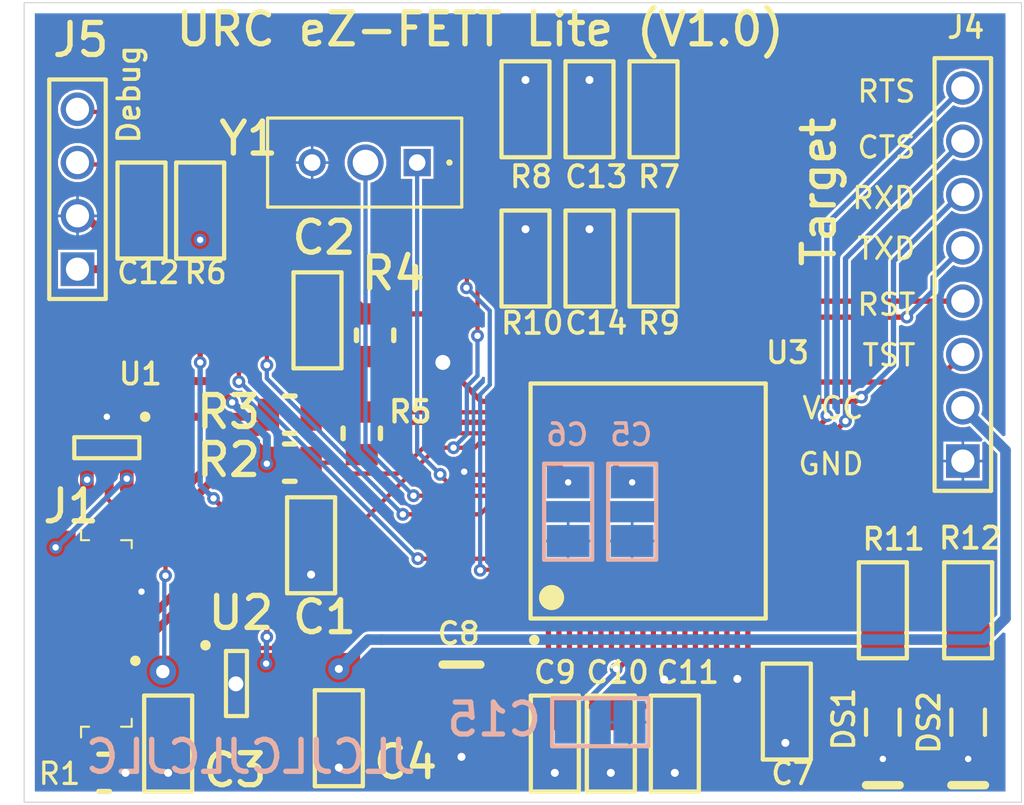
<source format=kicad_pcb>
(kicad_pcb (version 20221018) (generator pcbnew)
  (layers (0 "F.Cu" signal "Top Layer") (31 "B.Cu" signal "Bottom Layer") (34 "B.Paste" user "Bottom Paste") (35 "F.Paste" user "Top Paste") (36 "B.SilkS" user "Bottom Overlay") (37 "F.SilkS" user "Top Overlay") (38 "B.Mask" user "Bottom Solder") (39 "F.Mask" user "Top Solder") (44 "Edge.Cuts" user))
  (property "CONFIGURATIONPARAMETERS" "")
  (property "CONFIGURATORNAME" "")
  (property "DOCUMENTNUMBER" "URC_ez-FET_Lite - 1")
  (property "DRAWNBY" "Marcus Behel")
  (property "ISUSERCONFIGURABLE" "")
  (property "SHEETTOTAL" "3")
  (property "VERSIONCONTROL_PROJFOLDERREVNUMBER" "")
  (property "VERSIONCONTROL_REVNUMBER" "")
  (net 0 "")
  (net 1 "VUSB")
  (net 2 "VCC")
  (net 3 "VBUS")
  (net 4 "USB_D_P")
  (net 5 "USB_D_N")
  (net 6 "TARGET_UART_TXD")
  (net 7 "TARGET_UART_RXD")
  (net 8 "TARGET_UART_RTS")
  (net 9 "TARGET_UART_CTS")
  (net 10 "TARGET_TEST")
  (net 11 "TARGET_RST")
  (net 12 "SBW_TEST")
  (net 13 "SBW_RST")
  (net 14 "Net-(U3-V18)")
  (net 15 "Net-(U3-VCORE)")
  (net 16 "Net-(U3-P6.0{slash}CB0{slash}A0)")
  (net 17 "Net-(U3-P6.1{slash}CB1{slash}A1)")
  (net 18 "Net-(U3-P5.0{slash}A8{slash}VREF+{slash}VEREF+)")
  (net 19 "Net-(DS1-A)")
  (net 20 "Net-(DS2-A)")
  (net 21 "/usb/USB_RES_N")
  (net 22 "/usb/USB_RES_P")
  (net 24 "Net-(U1-IO4)")
  (net 25 "/headers/SBW_RST")
  (net 26 "/headers/SBW_TEST")
  (net 27 "Net-(U3-PUR)")
  (net 28 "Net-(U3-P1.2{slash}TA0.1)")
  (net 29 "GND")
  (net 30 "Net-(U3-P1.3{slash}TA0.2)")
  (net 77 "Net-(U3-P5.2{slash}XT2IN)")
  (net 78 "Net-(U3-P5.3{slash}XT2OUT)")
  (footprint "AltiumImport:DDC0005A_M" (layer "F.Cu") (at 134.8631 118.3996)
    (fp_text reference "U2")
    (fp_text value "TLV70033DDCR" hide)
  )
  (footprint "AltiumImport:SMD-1206-RES" (layer "F.Cu") (at 148.6281 98.1456)
    (fp_text reference "R10")
    (fp_text value "220k" hide)
  )
  (footprint "AltiumImport:PN0080A_L" (layer "F.Cu") (at 154.4701 109.7026 90)
    (fp_text reference "U3")
    (fp_text value "MSP430F5529IPN" hide)
  )
  (footprint "AltiumImport:HIRO-ZX62R-B-5P_V" (layer "F.Cu") (at 127.5882 116.0136 -90)
    (fp_text reference "J1")
    (fp_text value "ZX62R-B-5P" hide)
  )
  (footprint "AltiumImport:SMD-1206-RES" (layer "F.Cu") (at 165.6461 114.9096)
    (fp_text reference "R11")
    (fp_text value "470" hide)
  )
  (footprint "AltiumImport:SMD-0805-RES" (layer "F.Cu") (at 137.4013 107.8738 90)
    (fp_text reference "R2")
    (fp_text value "27" hide)
  )
  (footprint "AltiumImport:SMD-1206C" (layer "F.Cu") (at 138.7221 101.092 180)
    (fp_text reference "C2")
    (fp_text value "10pF" hide)
  )
  (footprint "AltiumImport:SMD-1206-RES" (layer "F.Cu") (at 154.7241 91.0336)
    (fp_text reference "R7")
    (fp_text value "240k" hide)
  )
  (footprint "AltiumImport:SMD-1206-RES" (layer "F.Cu") (at 148.6281 91.0336)
    (fp_text reference "R8")
    (fp_text value "150k" hide)
  )
  (footprint "AltiumImport:SMD-1206C" (layer "F.Cu") (at 138.4173 111.8108)
    (fp_text reference "C1")
    (fp_text value "10pF" hide)
  )
  (footprint "AltiumImport:SMD-1206C" (layer "F.Cu") (at 155.7401 121.2596)
    (fp_text reference "C11")
    (fp_text value "0.10µF" hide)
  )
  (footprint "AltiumImport:KEMT-A-3216-18-2_M" (layer "F.Cu") (at 145.5801 120.4976 -90)
    (fp_text reference "C8")
    (fp_text value "T491A106K010AT" hide)
  )
  (footprint "AltiumImport:SMD-1206C" (layer "F.Cu") (at 131.6101 121.2596)
    (fp_text reference "C3")
    (fp_text value "0.10µF" hide)
  )
  (footprint "AltiumImport:SMD-1206C" (layer "F.Cu") (at 139.7381 121.0056)
    (fp_text reference "C4")
    (fp_text value "0.10µF" hide)
  )
  (footprint "AltiumImport:SMD-1206-RES" (layer "F.Cu") (at 169.7101 114.9096)
    (fp_text reference "R12")
    (fp_text value "390" hide)
  )
  (footprint "AltiumImport:CSTLS_G" (layer "F.Cu") (at 138.4681 93.5736 180)
    (fp_text reference "Y1")
    (fp_text value "CSTLS4M00G56-A0" hide)
  )
  (footprint "AltiumImport:61300411121" (layer "F.Cu") (at 127.2921 94.8436 90)
    (fp_text reference "J5")
    (fp_text value "61300411121" hide)
  )
  (footprint "AltiumImport:SMD-1206C" (layer "F.Cu") (at 151.6761 98.1456 180)
    (fp_text reference "C14")
    (fp_text value "33pF" hide)
  )
  (footprint "AltiumImport:SMD-0805-RES" (layer "F.Cu") (at 141.4653 101.8032)
    (fp_text reference "R4")
    (fp_text value "1M" hide)
  )
  (footprint "AltiumImport:SMD-1206C" (layer "F.Cu") (at 152.6921 121.2596)
    (fp_text reference "C10")
    (fp_text value "0.10µF" hide)
  )
  (footprint "AltiumImport:SMD-0805-RES" (layer "F.Cu") (at 137.4013 105.5878 90)
    (fp_text reference "R3")
    (fp_text value "27" hide)
  )
  (footprint "AltiumImport:SMD-1206C" (layer "F.Cu") (at 130.3401 95.8596)
    (fp_text reference "C12")
    (fp_text value "1000pF" hide)
  )
  (footprint "AltiumImport:61300811121" (layer "F.Cu") (at 169.4561 98.9076 90)
    (fp_text reference "J4")
    (fp_text value "61300811121" hide)
  )
  (footprint "AltiumImport:SMD-1206C" (layer "F.Cu") (at 161.0741 119.7356)
    (fp_text reference "C7")
    (fp_text value "0.47µF" hide)
  )
  (footprint "AltiumImport:AVAG-HSMX-C150_V" (layer "F.Cu") (at 169.7101 120.2436 -90)
    (fp_text reference "DS2")
    (fp_text value "HSMG-C150" hide)
  )
  (footprint "AltiumImport:AVAG-HSMX-C150_V" (layer "F.Cu") (at 165.6461 120.2436 -90)
    (fp_text reference "DS1")
    (fp_text value "HSMH-C150" hide)
  )
  (footprint "AltiumImport:SMD-1206C" (layer "F.Cu") (at 151.6761 91.0336 180)
    (fp_text reference "C13")
    (fp_text value "33pF" hide)
  )
  (footprint "AltiumImport:SMD-1206-RES" (layer "F.Cu") (at 133.1341 95.8596)
    (fp_text reference "R6")
    (fp_text value "47k" hide)
  )
  (footprint "AltiumImport:SMD-0805-RES" (layer "F.Cu") (at 140.8303 106.4768)
    (fp_text reference "R5")
    (fp_text value "1.4k" hide)
  )
  (footprint "AltiumImport:SMD-1206-RES" (layer "F.Cu") (at 154.7241 98.1456)
    (fp_text reference "R9")
    (fp_text value "220k" hide)
  )
  (footprint "AltiumImport:SMD-1206C" (layer "F.Cu") (at 150.0251 121.2596)
    (fp_text reference "C9")
    (fp_text value "0.10µF" hide)
  )
  (footprint "AltiumImport:DBV0006A_M" (layer "F.Cu") (at 128.6891 107.1626 -90)
    (fp_text reference "U1")
    (fp_text value "TPD4E001DBVR" hide)
  )
  (footprint "AltiumImport:SMD-0805-RES" (layer "F.Cu") (at 128.5621 122.6566 -90)
    (fp_text reference "R1")
    (fp_text value "33" hide)
  )
  (footprint "AltiumImport:SMD-1206C" (layer "B.Cu") (at 152.1841 120.2436 -90)
    (fp_text reference "C15")
    (fp_text value "0.10µF" hide)
  )
  (footprint "AltiumImport:SMD-1206C" (layer "B.Cu") (at 153.7081 110.2106 180)
    (fp_text reference "C5")
    (fp_text value "0.22µF" hide)
  )
  (footprint "AltiumImport:SMD-1206C" (layer "B.Cu") (at 150.6601 110.2106 180)
    (fp_text reference "C6")
    (fp_text value "0.22µF" hide)
  )
  (gr_line (start 172.2501 124.0536) (end 124.7521 124.0536) (stroke (width 0.05)) (layer "Edge.Cuts"))
  (gr_line (start 172.2501 85.9536) (end 172.2501 124.0536) (stroke (width 0.05)) (layer "Edge.Cuts"))
  (gr_line (start 124.7521 85.9536) (end 172.2501 85.9536) (stroke (width 0.05)) (layer "Edge.Cuts"))
  (gr_line (start 124.7521 124.0536) (end 124.7521 85.9536) (stroke (width 0.05)) (layer "Edge.Cuts"))
  (gr_text "JLCJLCJLCJLC" (at 143.5481 122.7836) (layer "B.SilkS") (effects (font (size 1.524 1.524) (thickness 0.254)) (justify left bottom mirror)))
  (gr_text "RST" (at 167.2971 100.9396) (layer "F.SilkS") (effects (font (size 1.016 1.016) (thickness 0.1524)) (justify right bottom)))
  (gr_text "Debug" (at 130.33174 92.7608 90) (layer "F.SilkS") (effects (font (size 1.016 1.016) (thickness 0.1778)) (justify left bottom)))
  (gr_text "RTS" (at 167.2971 90.7796) (layer "F.SilkS") (effects (font (size 1.016 1.016) (thickness 0.1524)) (justify right bottom)))
  (gr_text "TST" (at 167.2971 103.3526) (layer "F.SilkS") (effects (font (size 1.016 1.016) (thickness 0.1524)) (justify right bottom)))
  (gr_text "VCC" (at 164.82396 105.8672) (layer "F.SilkS") (effects (font (size 1.016 1.016) (thickness 0.1524)) (justify right bottom)))
  (gr_text "RXD" (at 167.2971 95.8596) (layer "F.SilkS") (effects (font (size 1.016 1.016) (thickness 0.1524)) (justify right bottom)))
  (gr_text "URC eZ-FETT Lite (V1.0)" (at 131.8641 88.1126) (layer "F.SilkS") (effects (font (size 1.524 1.524) (thickness 0.254)) (justify left bottom)))
  (gr_text "TXD" (at 167.2971 98.2726) (layer "F.SilkS") (effects (font (size 1.016 1.016) (thickness 0.1524)) (justify right bottom)))
  (gr_text "GND" (at 164.82396 108.5342) (layer "F.SilkS") (effects (font (size 1.016 1.016) (thickness 0.1524)) (justify right bottom)))
  (gr_text "Target" (at 163.48727 98.6536 90) (layer "F.SilkS") (effects (font (size 1.524 1.524) (thickness 0.254)) (justify left bottom)))
  (gr_text "CTS" (at 167.2971 93.4466) (layer "F.SilkS") (effects (font (size 1.016 1.016) (thickness 0.1524)) (justify right bottom)))
  (segment (start 147.8451 107.4526) (end 152.3471 107.4526) (width 0.2032) (layer "F.Cu") (net 1))
  (segment (start 152.3471 107.4526) (end 153.7081 108.8136) (width 0.2032) (layer "F.Cu") (net 1))
  (via (at 153.7081 108.8136) (size 0.6096) (drill 0.3048) (layers "F.Cu" "B.Cu") (net 1))
  (segment (start 152.25379 119.4816) (end 154.7181 117.01728) (width 0.254) (layer "F.Cu") (net 2))
  (segment (start 158.2181 117.01727) (end 158.2181 116.3296) (width 0.254) (layer "F.Cu") (net 2))
  (segment (start 154.7201 116.3276) (end 154.7201 115.8276) (width 0.2032) (layer "F.Cu") (net 2))
  (segment (start 155.5737 115.474) (end 156.7561 114.2916) (width 0.2032) (layer "F.Cu") (net 2))
  (segment (start 132.41249 97.8281) (end 132.98399 97.2566) (width 0.381) (layer "F.Cu") (net 2))
  (segment (start 133.1341 103.0986) (end 133.1341 97.2566) (width 0.254) (layer "F.Cu") (net 2))
  (segment (start 127.2921 98.6536) (end 132.1181 98.6536) (width 0.381) (layer "F.Cu") (net 2))
  (segment (start 154.7201 104.70457) (end 154.7201 99.5466) (width 0.2032) (layer "F.Cu") (net 2))
  (segment (start 154.7181 117.01728) (end 154.7181 116.3296) (width 0.254) (layer "F.Cu") (net 2))
  (segment (start 156.7561 114.2916) (end 156.7561 106.74057) (width 0.2032) (layer "F.Cu") (net 2))
  (segment (start 154.7201 99.5466) (end 154.7241 99.5426) (width 0.2032) (layer "F.Cu") (net 2))
  (segment (start 154.8665 115.6372) (end 155.0297 115.474) (width 0.2032) (layer "F.Cu") (net 2))
  (segment (start 154.7435 115.8042) (end 154.74747 115.8042) (width 0.2032) (layer "F.Cu") (net 2))
  (segment (start 139.9921 119.4816) (end 152.25379 119.4816) (width 0.254) (layer "F.Cu") (net 2))
  (segment (start 154.7201 115.8276) (end 154.7435 115.8042) (width 0.2032) (layer "F.Cu") (net 2))
  (segment (start 152.25379 119.4816) (end 155.75377 119.4816) (width 0.254) (layer "F.Cu") (net 2))
  (segment (start 155.0297 115.474) (end 155.5737 115.474) (width 0.2032) (layer "F.Cu") (net 2))
  (segment (start 132.98399 97.2566) (end 133.1341 97.2566) (width 0.381) (layer "F.Cu") (net 2))
  (segment (start 154.7201 104.70457) (end 156.7561 106.74057) (width 0.2032) (layer "F.Cu") (net 2))
  (segment (start 155.75377 119.4816) (end 158.2181 117.01727) (width 0.254) (layer "F.Cu") (net 2))
  (segment (start 133.7691 109.5756) (end 136.3091 112.1156) (width 0.254) (layer "F.Cu") (net 2))
  (segment (start 154.74747 115.8042) (end 154.8665 115.68517) (width 0.2032) (layer "F.Cu") (net 2))
  (segment (start 132.1181 98.6536) (end 132.41249 98.35921) (width 0.381) (layer "F.Cu") (net 2))
  (segment (start 136.3091 116.1796) (end 136.3091 112.1156) (width 0.254) (layer "F.Cu") (net 2))
  (segment (start 154.8665 115.68517) (end 154.8665 115.6372) (width 0.2032) (layer "F.Cu") (net 2))
  (segment (start 132.41249 98.35921) (end 132.41249 97.8281) (width 0.381) (layer "F.Cu") (net 2))
  (segment (start 154.7181 116.3296) (end 154.7201 116.3276) (width 0.2032) (layer "F.Cu") (net 2))
  (segment (start 158.2181 116.3296) (end 158.2201 116.3276) (width 0.254) (layer "F.Cu") (net 2))
  (via (at 133.1341 97.2566) (size 0.6096) (drill 0.3048) (layers "F.Cu" "B.Cu") (net 2))
  (via (at 136.3091 116.1796) (size 0.6) (drill 0.3) (layers "F.Cu" "B.Cu") (net 2))
  (via (at 133.7691 109.5756) (size 0.6) (drill 0.3) (layers "F.Cu" "B.Cu") (net 2))
  (via (at 133.1341 103.0986) (size 0.6) (drill 0.3) (layers "F.Cu" "B.Cu") (net 2))
  (via (at 136.2746 117.4496) (size 0.6) (drill 0.3) (layers "F.Cu" "B.Cu") (net 2))
  (via (at 139.7381 117.7036) (size 1.016) (drill 0.381) (layers "F.Cu" "B.Cu") (net 2))
  (segment (start 136.2746 117.4496) (end 136.29185 117.43235) (width 0.254) (layer "B.Cu") (net 2))
  (segment (start 136.29185 116.19685) (end 136.3091 116.1796) (width 0.254) (layer "B.Cu") (net 2))
  (segment (start 133.1341 108.9406) (end 133.1341 103.0986) (width 0.254) (layer "B.Cu") (net 2))
  (segment (start 170.4721 116.3066) (end 171.4881 115.2906) (width 0.508) (layer "B.Cu") (net 2))
  (segment (start 133.1341 108.9406) (end 133.7691 109.5756) (width 0.254) (layer "B.Cu") (net 2))
  (segment (start 139.7381 117.7036) (end 141.1351 116.3066) (width 0.508) (layer "B.Cu") (net 2))
  (segment (start 169.4561 105.2576) (end 171.4881 107.2896) (width 0.508) (layer "B.Cu") (net 2))
  (segment (start 136.29185 117.43235) (end 136.29185 116.19685) (width 0.254) (layer "B.Cu") (net 2))
  (segment (start 141.1351 116.3066) (end 141.7701 116.3066) (width 0.508) (layer "B.Cu") (net 2))
  (segment (start 141.7701 116.3066) (end 170.4721 116.3066) (width 0.508) (layer "B.Cu") (net 2))
  (segment (start 171.4881 115.2906) (end 171.4881 107.2896) (width 0.508) (layer "B.Cu") (net 2))
  (segment (start 128.6891 109.5756) (end 129.0701 109.9566) (width 0.2032) (layer "F.Cu") (net 3))
  (segment (start 137.4315 116.7082) (end 140.988 113.1517) (width 0.2032) (layer "F.Cu") (net 3))
  (segment (start 131.4831 113.2586) (end 131.4831 110.3376) (width 0.2032) (layer "F.Cu") (net 3))
  (segment (start 132.5297 117.673) (end 133.1647 117.673) (width 0.2032) (layer "F.Cu") (net 3))
  (segment (start 132.3721 118.8466) (end 132.3721 117.8306) (width 0.2032) (layer "F.Cu") (net 3))
  (segment (start 146.3421 101.8286) (end 146.3421 96.82555) (width 0.2032) (layer "F.Cu") (net 3))
  (segment (start 154.4701 93.3196) (end 154.4701 92.6846) (width 0.2032) (layer "F.Cu") (net 3))
  (segment (start 154.4701 92.6846) (end 154.7241 92.4306) (width 0.2032) (layer "F.Cu") (net 3))
  (segment (start 132.3721 118.8466) (end 132.6517 119.1262) (width 0.2032) (layer "F.Cu") (net 3))
  (segment (start 146.20831 107.1626) (end 146.41831 106.9526) (width 0.2032) (layer "F.Cu") (net 3))
  (segment (start 131.3561 117.8306) (end 132.4785 116.7082) (width 0.2032) (layer "F.Cu") (net 3))
  (segment (start 152.9461 94.8436) (end 154.4701 93.3196) (width 0.2032) (layer "F.Cu") (net 3))
  (segment (start 144.3896 107.1626) (end 145.1991 107.1626) (width 0.2032) (layer "F.Cu") (net 3))
  (segment (start 129.0701 109.9566) (end 131.1021 109.9566) (width 0.2032) (layer "F.Cu") (net 3))
  (segment (start 128.6891 109.5756) (end 128.6891 108.6376) (width 0.2032) (layer "F.Cu") (net 3))
  (segment (start 140.988 110.56421) (end 144.3896 107.1626) (width 0.2032) (layer "F.Cu") (net 3))
  (segment (start 146.3421 96.82555) (end 148.32405 94.8436) (width 0.2032) (layer "F.Cu") (net 3))
  (segment (start 132.4785 116.7082) (end 137.4315 116.7082) (width 0.2032) (layer "F.Cu") (net 3))
  (segment (start 131.1021 109.9566) (end 131.4831 110.3376) (width 0.2032) (layer "F.Cu") (net 3))
  (segment (start 133.1647 117.673) (end 133.3881 117.4496) (width 0.2032) (layer "F.Cu") (net 3))
  (segment (start 132.6517 119.1262) (end 133.1647 119.1262) (width 0.2032) (layer "F.Cu") (net 3))
  (segment (start 140.988 113.1517) (end 140.988 110.56421) (width 0.2032) (layer "F.Cu") (net 3))
  (segment (start 148.32405 94.8436) (end 152.9461 94.8436) (width 0.2032) (layer "F.Cu") (net 3))
  (segment (start 132.3721 117.8306) (end 132.5297 117.673) (width 0.2032) (layer "F.Cu") (net 3))
  (segment (start 145.1991 107.1626) (end 146.20831 107.1626) (width 0.2032) (layer "F.Cu") (net 3))
  (segment (start 146.41831 106.9526) (end 147.8451 106.9526) (width 0.2032) (layer "F.Cu") (net 3))
  (segment (start 133.1647 119.1262) (end 133.3881 119.3496) (width 0.2032) (layer "F.Cu") (net 3))
  (via (at 145.1991 107.1626) (size 0.6096) (drill 0.3048) (layers "F.Cu" "B.Cu") (net 3))
  (via (at 131.3561 117.8306) (size 1.27) (drill 0.635) (layers "F.Cu" "B.Cu") (net 3))
  (via (at 131.4831 113.2586) (size 0.6096) (drill 0.3048) (layers "F.Cu" "B.Cu") (net 3))
  (via (at 146.3421 101.8286) (size 0.6096) (drill 0.3048) (layers "F.Cu" "B.Cu") (net 3))
  (segment (start 146.3421 103.7336) (end 146.3421 101.8286) (width 0.2032) (layer "B.Cu") (net 3))
  (segment (start 145.1991 107.1626) (end 145.8341 106.5276) (width 0.2032) (layer "B.Cu") (net 3))
  (segment (start 131.42478 113.31692) (end 131.4831 113.2586) (width 0.2032) (layer "B.Cu") (net 3))
  (segment (start 145.8341 106.5276) (end 145.8341 104.2416) (width 0.2032) (layer "B.Cu") (net 3))
  (segment (start 131.3561 117.8306) (end 131.42478 117.76192) (width 0.2032) (layer "B.Cu") (net 3))
  (segment (start 131.42478 117.76192) (end 131.42478 113.31692) (width 0.2032) (layer "B.Cu") (net 3))
  (segment (start 145.8341 104.2416) (end 146.3421 103.7336) (width 0.2032) (layer "B.Cu") (net 3))
  (segment (start 140.7646 103.5199) (end 140.8938 103.3907) (width 0.381) (layer "F.Cu") (net 4))
  (segment (start 140.7646 105.4713) (end 140.7646 103.5199) (width 0.381) (layer "F.Cu") (net 4))
  (segment (start 138.4173 102.7938) (end 138.7221 102.489) (width 0.381) (layer "F.Cu") (net 4))
  (segment (start 140.9468 105.4713) (end 147.8451 105.4713) (width 0.2032) (layer "F.Cu") (net 4))
  (segment (start 140.8938 103.3907) (end 140.8938 103.1367) (width 0.381) (layer "F.Cu") (net 4))
  (segment (start 141.2113 102.8192) (end 141.4653 102.8192) (width 0.381) (layer "F.Cu") (net 4))
  (segment (start 138.4173 105.5878) (end 138.5338 105.4713) (width 0.2032) (layer "F.Cu") (net 4))
  (segment (start 138.4173 105.5878) (end 138.4173 102.7938) (width 0.381) (layer "F.Cu") (net 4))
  (segment (start 138.5338 105.4713) (end 140.7646 105.4713) (width 0.2032) (layer "F.Cu") (net 4))
  (segment (start 140.8938 103.1367) (end 141.2113 102.8192) (width 0.381) (layer "F.Cu") (net 4))
  (segment (start 139.6746 108.16388) (end 139.90522 108.3945) (width 0.2032) (layer "F.Cu") (net 5))
  (segment (start 138.4173 107.8738) (end 139.4079 107.8738) (width 0.2032) (layer "F.Cu") (net 5))
  (segment (start 144.45687 106.4733) (end 147.8451 106.4733) (width 0.2032) (layer "F.Cu") (net 5))
  (segment (start 142.53567 108.3945) (end 144.45687 106.4733) (width 0.2032) (layer "F.Cu") (net 5))
  (segment (start 138.4173 110.4138) (end 138.4173 107.8738) (width 0.381) (layer "F.Cu") (net 5))
  (segment (start 139.4079 107.8738) (end 139.6746 108.1405) (width 0.2032) (layer "F.Cu") (net 5))
  (segment (start 139.90522 108.3945) (end 142.53567 108.3945) (width 0.2032) (layer "F.Cu") (net 5))
  (segment (start 139.6746 108.16388) (end 139.6746 108.1405) (width 0.2032) (layer "F.Cu") (net 5))
  (segment (start 159.2201 103.0776) (end 159.2201 101.7776) (width 0.254) (layer "F.Cu") (net 6))
  (segment (start 159.2201 101.7776) (end 160.0581 100.9396) (width 0.254) (layer "F.Cu") (net 6))
  (segment (start 160.0581 100.9396) (end 166.7891 100.9396) (width 0.254) (layer "F.Cu") (net 6))
  (via (at 166.7891 100.9396) (size 0.6096) (drill 0.3048) (layers "F.Cu" "B.Cu") (net 6))
  (segment (start 166.7891 100.9396) (end 168.03531 99.69339) (width 0.254) (layer "B.Cu") (net 6))
  (segment (start 168.03531 99.69339) (end 168.03531 99.05839) (width 0.254) (layer "B.Cu") (net 6))
  (segment (start 168.03531 99.05839) (end 169.4561 97.6376) (width 0.254) (layer "B.Cu") (net 6))
  (segment (start 164.35837 104.9526) (end 164.56137 104.7496) (width 0.254) (layer "F.Cu") (net 7))
  (segment (start 161.0951 104.9526) (end 164.35837 104.9526) (width 0.254) (layer "F.Cu") (net 7))
  (segment (start 164.56137 104.7496) (end 164.6301 104.7496) (width 0.254) (layer "F.Cu") (net 7))
  (via (at 164.6301 104.7496) (size 0.6096) (drill 0.3048) (layers "F.Cu" "B.Cu") (net 7))
  (segment (start 169.3291 95.0976) (end 169.4561 95.0976) (width 0.254) (layer "B.Cu") (net 7))
  (segment (start 166.1541 103.2256) (end 166.1541 98.2726) (width 0.254) (layer "B.Cu") (net 7))
  (segment (start 166.1541 98.2726) (end 169.3291 95.0976) (width 0.254) (layer "B.Cu") (net 7))
  (segment (start 164.6301 104.7496) (end 166.1541 103.2256) (width 0.254) (layer "B.Cu") (net 7))
  (segment (start 162.9305 105.80488) (end 162.9305 105.6872) (width 0.254) (layer "F.Cu") (net 8))
  (segment (start 161.0971 106.9506) (end 161.78478 106.9506) (width 0.254) (layer "F.Cu") (net 8))
  (segment (start 162.9305 105.6872) (end 162.9791 105.6386) (width 0.254) (layer "F.Cu") (net 8))
  (segment (start 161.0951 106.9526) (end 161.0971 106.9506) (width 0.254) (layer "F.Cu") (net 8))
  (segment (start 161.78478 106.9506) (end 162.9305 105.80488) (width 0.254) (layer "F.Cu") (net 8))
  (via (at 162.9791 105.6386) (size 0.6096) (drill 0.3048) (layers "F.Cu" "B.Cu") (net 8))
  (segment (start 162.9791 96.4946) (end 169.4561 90.0176) (width 0.254) (layer "B.Cu") (net 8))
  (segment (start 162.9791 105.6386) (end 162.9791 96.4946) (width 0.254) (layer "B.Cu") (net 8))
  (segment (start 162.3081 107.4526) (end 163.8681 105.8926) (width 0.254) (layer "F.Cu") (net 9))
  (segment (start 161.0951 107.4526) (end 162.3081 107.4526) (width 0.254) (layer "F.Cu") (net 9))
  (via (at 163.8681 105.8926) (size 0.6096) (drill 0.3048) (layers "F.Cu" "B.Cu") (net 9))
  (segment (start 163.8681 105.8926) (end 163.8681 98.1456) (width 0.254) (layer "B.Cu") (net 9))
  (segment (start 163.8681 98.1456) (end 169.4561 92.5576) (width 0.254) (layer "B.Cu") (net 9))
  (segment (start 155.7221 103.76728) (end 155.7221 103.0796) (width 0.254) (layer "F.Cu") (net 10))
  (segment (start 168.1409 104.0328) (end 169.4561 102.7176) (width 0.254) (layer "F.Cu") (net 10))
  (segment (start 155.98762 104.0328) (end 168.1409 104.0328) (width 0.254) (layer "F.Cu") (net 10))
  (segment (start 155.7221 103.76728) (end 155.98762 104.0328) (width 0.254) (layer "F.Cu") (net 10))
  (segment (start 155.7201 103.0776) (end 155.7221 103.0796) (width 0.254) (layer "F.Cu") (net 10))
  (segment (start 158.43242 100.1776) (end 169.4561 100.1776) (width 0.254) (layer "F.Cu") (net 11))
  (segment (start 156.2201 103.0776) (end 156.2221 103.0756) (width 0.254) (layer "F.Cu") (net 11))
  (segment (start 156.2221 102.38792) (end 158.43242 100.1776) (width 0.254) (layer "F.Cu") (net 11))
  (segment (start 156.2221 103.0756) (end 156.2221 102.38792) (width 0.254) (layer "F.Cu") (net 11))
  (segment (start 142.7861 110.3376) (end 146.4691 110.3376) (width 0.2032) (layer "F.Cu") (net 12))
  (segment (start 136.3091 103.2256) (end 136.3091 94.4626) (width 0.2032) (layer "F.Cu") (net 12))
  (segment (start 127.2921 91.0336) (end 127.4191 91.1606) (width 0.2032) (layer "F.Cu") (net 12))
  (segment (start 127.4191 91.1606) (end 133.0071 91.1606) (width 0.2032) (layer "F.Cu") (net 12))
  (segment (start 146.8541 109.9526) (end 147.8451 109.9526) (width 0.2032) (layer "F.Cu") (net 12))
  (segment (start 146.4691 110.3376) (end 146.8541 109.9526) (width 0.2032) (layer "F.Cu") (net 12))
  (segment (start 133.0071 91.1606) (end 136.3091 94.4626) (width 0.2032) (layer "F.Cu") (net 12))
  (via (at 142.7861 110.3376) (size 0.6096) (drill 0.3048) (layers "F.Cu" "B.Cu") (net 12))
  (via (at 136.3091 103.2256) (size 0.6096) (drill 0.3048) (layers "F.Cu" "B.Cu") (net 12))
  (segment (start 136.3091 103.8606) (end 136.3091 103.2256) (width 0.2032) (layer "B.Cu") (net 12))
  (segment (start 136.3091 103.8606) (end 142.7861 110.3376) (width 0.2032) (layer "B.Cu") (net 12))
  (segment (start 143.74333 112.4526) (end 147.8451 112.4526) (width 0.2032) (layer "F.Cu") (net 13))
  (segment (start 127.3809 93.6624) (end 128.3969 93.6624) (width 0.2032) (layer "F.Cu") (net 13))
  (segment (start 134.977 104.01458) (end 134.977 94.9085) (width 0.2032) (layer "F.Cu") (net 13))
  (segment (start 143.73809 112.44736) (end 143.74333 112.4526) (width 0.2032) (layer "F.Cu") (net 13))
  (segment (start 143.49886 112.44736) (end 143.73809 112.44736) (width 0.2032) (layer "F.Cu") (net 13))
  (segment (start 133.1341 94.4626) (end 134.5311 94.4626) (width 0.2032) (layer "F.Cu") (net 13))
  (segment (start 128.3969 93.6624) (end 129.0701 94.3356) (width 0.2032) (layer "F.Cu") (net 13))
  (segment (start 134.5311 94.4626) (end 134.977 94.9085) (width 0.2032) (layer "F.Cu") (net 13))
  (segment (start 129.0701 94.3356) (end 130.2131 94.3356) (width 0.2032) (layer "F.Cu") (net 13))
  (segment (start 130.2131 94.3356) (end 130.3401 94.4626) (width 0.2032) (layer "F.Cu") (net 13))
  (segment (start 130.3401 94.4626) (end 133.1341 94.4626) (width 0.2032) (layer "F.Cu") (net 13))
  (segment (start 127.2921 93.5736) (end 127.3809 93.6624) (width 0.2032) (layer "F.Cu") (net 13))
  (segment (start 132.6261 93.7006) (end 133.7691 93.7006) (width 0.2032) (layer "F.Cu") (net 13))
  (via (at 134.977 104.01458) (size 0.6096) (drill 0.3048) (layers "F.Cu" "B.Cu") (net 13))
  (via (at 143.49886 112.44736) (size 0.6096) (drill 0.3048) (layers "F.Cu" "B.Cu") (net 13))
  (segment (start 135.02154 104.01458) (end 143.45432 112.44736) (width 0.2032) (layer "B.Cu") (net 13))
  (segment (start 143.45432 112.44736) (end 143.49886 112.44736) (width 0.2032) (layer "B.Cu") (net 13))
  (segment (start 134.977 104.01458) (end 135.02154 104.01458) (width 0.2032) (layer "B.Cu") (net 13))
  (segment (start 150.1801 107.9526) (end 150.62275 108.39525) (width 0.2032) (layer "F.Cu") (net 14))
  (segment (start 147.8451 107.9526) (end 150.1801 107.9526) (width 0.2032) (layer "F.Cu") (net 14))
  (segment (start 150.62275 108.77625) (end 150.6601 108.8136) (width 0.2032) (layer "F.Cu") (net 14))
  (segment (start 150.62275 108.77625) (end 150.62275 108.39525) (width 0.2032) (layer "F.Cu") (net 14))
  (via (at 150.6601 108.8136) (size 0.6096) (drill 0.3048) (layers "F.Cu" "B.Cu") (net 14))
  (segment (start 159.2201 116.8236) (end 159.2201 116.3276) (width 0.254) (layer "F.Cu") (net 15))
  (segment (start 160.4391 117.7036) (end 161.0741 118.3386) (width 0.254) (layer "F.Cu") (net 15))
  (segment (start 159.2201 116.8236) (end 160.1001 117.7036) (width 0.254) (layer "F.Cu") (net 15))
  (segment (start 160.1001 117.7036) (end 160.4391 117.7036) (width 0.254) (layer "F.Cu") (net 15))
  (segment (start 147.7137 94.98698) (end 147.7137 93.091) (width 0.2032) (layer "F.Cu") (net 16))
  (segment (start 146.4977 112.976) (end 147.8217 112.976) (width 0.2032) (layer "F.Cu") (net 16))
  (segment (start 147.7137 93.091) (end 148.3741 92.4306) (width 0.2032) (layer "F.Cu") (net 16))
  (segment (start 153.2001 90.9066) (end 154.4701 89.6366) (width 0.2032) (layer "F.Cu") (net 16))
  (segment (start 148.6281 92.4306) (end 151.9301 92.4306) (width 0.2032) (layer "F.Cu") (net 16))
  (segment (start 147.8217 112.976) (end 147.8451 112.9526) (width 0.2032) (layer "F.Cu") (net 16))
  (segment (start 151.9301 92.4306) (end 152.5905 91.7702) (width 0.2032) (layer "F.Cu") (net 16))
  (segment (start 152.5905 91.7702) (end 152.5905 91.75713) (width 0.2032) (layer "F.Cu") (net 16))
  (segment (start 145.8341 96.86658) (end 147.7137 94.98698) (width 0.2032) (layer "F.Cu") (net 16))
  (segment (start 154.4701 89.6366) (end 154.7241 89.6366) (width 0.2032) (layer "F.Cu") (net 16))
  (segment (start 148.3741 92.4306) (end 148.6281 92.4306) (width 0.2032) (layer "F.Cu") (net 16))
  (segment (start 153.2001 91.14753) (end 153.2001 90.9066) (width 0.2032) (layer "F.Cu") (net 16))
  (segment (start 152.5905 91.75713) (end 153.2001 91.14753) (width 0.2032) (layer "F.Cu") (net 16))
  (segment (start 145.8135 99.5426) (end 145.8341 99.522) (width 0.2032) (layer "F.Cu") (net 16))
  (segment (start 146.4691 113.0046) (end 146.4977 112.976) (width 0.2032) (layer "F.Cu") (net 16))
  (segment (start 145.8341 99.522) (end 145.8341 96.86658) (width 0.2032) (layer "F.Cu") (net 16))
  (via (at 145.8135 99.5426) (size 0.6) (drill 0.3) (layers "F.Cu" "B.Cu") (net 16))
  (via (at 146.4691 113.0046) (size 0.6) (drill 0.3) (layers "F.Cu" "B.Cu") (net 16))
  (segment (start 146.4691 113.0046) (end 146.4691 104.6226) (width 0.2032) (layer "B.Cu") (net 16))
  (segment (start 145.8341 99.5426) (end 146.4691 100.1776) (width 0.2032) (layer "B.Cu") (net 16))
  (segment (start 146.92629 104.16541) (end 146.92629 100.63479) (width 0.2032) (layer "B.Cu") (net 16))
  (segment (start 146.4691 100.1776) (end 146.92629 100.63479) (width 0.2032) (layer "B.Cu") (net 16))
  (segment (start 146.4691 104.6226) (end 146.92629 104.16541) (width 0.2032) (layer "B.Cu") (net 16))
  (segment (start 145.8135 99.5426) (end 145.8341 99.5426) (width 0.2032) (layer "B.Cu") (net 16))
  (segment (start 146.4691 100.1776) (end 146.4691 100.1776) (width 0.2032) (layer "B.Cu") (net 16))
  (segment (start 153.8097 97.663) (end 153.8097 97.409) (width 0.2032) (layer "F.Cu") (net 17))
  (segment (start 151.9301 99.5426) (end 153.8097 97.663) (width 0.2032) (layer "F.Cu") (net 17))
  (segment (start 154.4701 106.5276) (end 155.8671 107.9246) (width 0.2032) (layer "F.Cu") (net 17))
  (segment (start 154.4701 96.7486) (end 154.7241 96.7486) (width 0.2032) (layer "F.Cu") (net 17))
  (segment (start 153.8097 97.409) (end 154.4701 96.7486) (width 0.2032) (layer "F.Cu") (net 17))
  (segment (start 148.7061 99.5426) (end 149.3665 100.203) (width 0.2032) (layer "F.Cu") (net 17))
  (segment (start 149.3665 104.853) (end 149.3665 100.203) (width 0.2032) (layer "F.Cu") (net 17))
  (segment (start 151.6761 99.5426) (end 151.9301 99.5426) (width 0.2032) (layer "F.Cu") (net 17))
  (segment (start 154.8075 113.4292) (end 155.8671 112.3696) (width 0.2032) (layer "F.Cu") (net 17))
  (segment (start 147.8451 113.4526) (end 147.8685 113.4292) (width 0.2032) (layer "F.Cu") (net 17))
  (segment (start 148.6281 99.5426) (end 148.7061 99.5426) (width 0.2032) (layer "F.Cu") (net 17))
  (segment (start 155.8671 112.3696) (end 155.8671 107.9246) (width 0.2032) (layer "F.Cu") (net 17))
  (segment (start 147.8685 113.4292) (end 154.8075 113.4292) (width 0.2032) (layer "F.Cu") (net 17))
  (segment (start 148.6281 99.5426) (end 151.6761 99.5426) (width 0.2032) (layer "F.Cu") (net 17))
  (segment (start 151.0411 106.5276) (end 154.4701 106.5276) (width 0.2032) (layer "F.Cu") (net 17))
  (segment (start 149.3665 104.853) (end 151.0411 106.5276) (width 0.2032) (layer "F.Cu") (net 17))
  (segment (start 153.08038 117.655) (end 153.7181 117.01728) (width 0.254) (layer "F.Cu") (net 18))
  (segment (start 152.9947 117.655) (end 153.08038 117.655) (width 0.254) (layer "F.Cu") (net 18))
  (segment (start 152.9461 117.7036) (end 152.9947 117.655) (width 0.254) (layer "F.Cu") (net 18))
  (segment (start 153.7181 117.01728) (end 153.7181 116.3296) (width 0.254) (layer "F.Cu") (net 18))
  (segment (start 153.7181 116.3296) (end 153.7201 116.3276) (width 0.254) (layer "F.Cu") (net 18))
  (via (at 152.9461 117.7036) (size 0.6096) (drill 0.3048) (layers "F.Cu" "B.Cu") (net 18))
  (segment (start 152.8975 117.8792) (end 152.8975 117.7522) (width 0.254) (layer "B.Cu") (net 18))
  (segment (start 152.8975 117.7522) (end 152.9461 117.7036) (width 0.254) (layer "B.Cu") (net 18))
  (segment (start 150.7871 119.9896) (end 152.8975 117.8792) (width 0.254) (layer "B.Cu") (net 18))
  (segment (start 150.7871 120.2436) (end 150.7871 119.9896) (width 0.254) (layer "B.Cu") (net 18))
  (segment (start 165.6461 118.4936) (end 165.6461 116.3066) (width 0.2032) (layer "F.Cu") (net 19))
  (segment (start 169.7101 118.4936) (end 169.7101 116.3066) (width 0.2032) (layer "F.Cu") (net 20))
  (segment (start 126.6571 106.05882) (end 127.7493 107.15102) (width 0.381) (layer "F.Cu") (net 21))
  (segment (start 130.25743 116.6561) (end 132.9682 113.94533) (width 0.381) (layer "F.Cu") (net 21))
  (segment (start 135.84462 107.0483) (end 136.0678 107.27148) (width 0.381) (layer "F.Cu") (net 21))
  (segment (start 133.6421 103.9876) (end 134.6581 105.0036) (width 0.381) (layer "F.Cu") (net 21))
  (segment (start 132.9682 109.46412) (end 135.38402 107.0483) (width 0.381) (layer "F.Cu") (net 21))
  (segment (start 132.9682 113.94533) (end 132.9682 109.46412) (width 0.381) (layer "F.Cu") (net 21))
  (segment (start 136.0678 107.5563) (end 136.0678 107.27148) (width 0.381) (layer "F.Cu") (net 21))
  (segment (start 126.6571 104.2416) (end 126.9111 103.9876) (width 0.381) (layer "F.Cu") (net 21))
  (segment (start 126.9111 103.9876) (end 133.6421 103.9876) (width 0.381) (layer "F.Cu") (net 21))
  (segment (start 127.7493 108.6866) (end 127.7493 107.15102) (width 0.381) (layer "F.Cu") (net 21))
  (segment (start 126.6571 106.05882) (end 126.6571 104.2416) (width 0.381) (layer "F.Cu") (net 21))
  (segment (start 128.9257 116.6636) (end 128.9332 116.6561) (width 0.381) (layer "F.Cu") (net 21))
  (segment (start 128.9332 116.6561) (end 130.25743 116.6561) (width 0.381) (layer "F.Cu") (net 21))
  (segment (start 136.0678 107.5563) (end 136.3853 107.8738) (width 0.381) (layer "F.Cu") (net 21))
  (segment (start 135.38402 107.0483) (end 135.84462 107.0483) (width 0.381) (layer "F.Cu") (net 21))
  (via (at 136.3091 107.9246) (size 0.6096) (drill 0.3048) (layers "F.Cu" "B.Cu") (net 21))
  (via (at 127.7493 108.6866) (size 0.6096) (drill 0.3048) (layers "F.Cu" "B.Cu") (net 21))
  (via (at 134.6581 105.0036) (size 0.6096) (drill 0.3048) (layers "F.Cu" "B.Cu") (net 21))
  (segment (start 136.3091 107.9246) (end 136.3091 106.6546) (width 0.381) (layer "B.Cu") (net 21))
  (segment (start 134.6581 105.0036) (end 136.3091 106.6546) (width 0.381) (layer "B.Cu") (net 21))
  (segment (start 132.3332 113.68231) (end 132.3332 109.2011) (width 0.381) (layer "F.Cu") (net 22))
  (segment (start 129.6391 105.6876) (end 136.2855 105.6876) (width 0.381) (layer "F.Cu") (net 22))
  (segment (start 132.3332 109.2011) (end 135.121 106.4133) (width 0.381) (layer "F.Cu") (net 22))
  (segment (start 135.84462 106.4133) (end 136.0678 106.19011) (width 0.381) (layer "F.Cu") (net 22))
  (segment (start 136.0678 105.9053) (end 136.2855 105.6876) (width 0.381) (layer "F.Cu") (net 22))
  (segment (start 136.2855 105.6876) (end 136.3853 105.5878) (width 0.381) (layer "F.Cu") (net 22))
  (segment (start 129.9944 116.0211) (end 132.3332 113.68231) (width 0.381) (layer "F.Cu") (net 22))
  (segment (start 128.9332 116.0211) (end 129.9944 116.0211) (width 0.381) (layer "F.Cu") (net 22))
  (segment (start 135.121 106.4133) (end 135.84462 106.4133) (width 0.381) (layer "F.Cu") (net 22))
  (segment (start 136.0678 106.19011) (end 136.0678 105.9053) (width 0.381) (layer "F.Cu") (net 22))
  (segment (start 128.9257 116.0136) (end 128.9332 116.0211) (width 0.381) (layer "F.Cu") (net 22))
  (segment (start 126.2507 111.9136) (end 127.6507 111.9136) (width 0.254) (layer "F.Cu") (net 24))
  (segment (start 126.2507 120.1136) (end 126.4007 120.1136) (width 0.254) (layer "F.Cu") (net 24))
  (segment (start 127.6507 111.9136) (end 128.6007 112.8636) (width 0.254) (layer "F.Cu") (net 24))
  (segment (start 126.2507 121.2946) (end 126.2507 120.1136) (width 0.254) (layer "F.Cu") (net 24))
  (segment (start 127.0737 119.4406) (end 127.0737 119.2906) (width 0.254) (layer "F.Cu") (net 24))
  (segment (start 127.0737 119.2906) (end 127.2507 119.1136) (width 0.254) (layer "F.Cu") (net 24))
  (segment (start 127.5461 122.6566) (end 127.5461 122.4026) (width 0.254) (layer "F.Cu") (net 24))
  (segment (start 126.2507 120.1136) (end 126.2507 116.8636) (width 0.254) (layer "F.Cu") (net 24))
  (segment (start 126.2507 116.8636) (end 126.2507 115.1636) (width 0.254) (layer "F.Cu") (net 24))
  (segment (start 128.6007 112.9136) (end 128.6007 112.8636) (width 0.254) (layer "F.Cu") (net 24))
  (segment (start 127.2507 119.1136) (end 128.6007 119.1136) (width 0.254) (layer "F.Cu") (net 24))
  (segment (start 127.1651 122.0216) (end 127.5461 122.4026) (width 0.254) (layer "F.Cu") (net 24))
  (segment (start 126.4007 120.1136) (end 127.0737 119.4406) (width 0.254) (layer "F.Cu") (net 24))
  (segment (start 126.9777 122.0216) (end 127.1651 122.0216) (width 0.254) (layer "F.Cu") (net 24))
  (segment (start 126.2507 115.1636) (end 126.2507 111.9136) (width 0.254) (layer "F.Cu") (net 24))
  (segment (start 126.2507 121.2946) (end 126.9777 122.0216) (width 0.254) (layer "F.Cu") (net 24))
  (via (at 129.6391 108.6376) (size 0.6096) (drill 0.3048) (layers "F.Cu" "B.Cu") (net 24))
  (via (at 126.2507 111.9136) (size 0.6096) (drill 0.3048) (layers "F.Cu" "B.Cu") (net 24))
  (segment (start 126.3069 111.9136) (end 129.5829 108.6376) (width 0.254) (layer "B.Cu") (net 24))
  (segment (start 126.2507 111.9136) (end 126.3069 111.9136) (width 0.254) (layer "B.Cu") (net 24))
  (segment (start 129.5829 108.6376) (end 129.6391 108.6376) (width 0.254) (layer "B.Cu") (net 24))
  (segment (start 141.0843 107.4928) (end 142.6245 105.9526) (width 0.254) (layer "F.Cu") (net 27))
  (segment (start 142.6245 105.9526) (end 147.8451 105.9526) (width 0.254) (layer "F.Cu") (net 27))
  (segment (start 140.8303 107.4928) (end 141.0843 107.4928) (width 0.254) (layer "F.Cu") (net 27))
  (segment (start 161.0951 113.4526) (end 165.5861 113.4526) (width 0.2032) (layer "F.Cu") (net 28))
  (segment (start 165.5861 113.4526) (end 165.6461 113.5126) (width 0.2032) (layer "F.Cu") (net 28))
  (segment (start 129.6797 96.5962) (end 130.3401 97.2566) (width 0.381) (layer "F.Cu") (net 29))
  (segment (start 156.2201 115.8276) (end 156.2435 115.8042) (width 0.2032) (layer "F.Cu") (net 29))
  (segment (start 133.3881 118.3996) (end 133.3957 118.4072) (width 0.2032) (layer "F.Cu") (net 29))
  (segment (start 155.2435 104.761) (end 157.3911 106.9086) (width 0.2032) (layer "F.Cu") (net 29))
  (segment (start 145.96407 108.4526) (end 147.8451 108.4526) (width 0.2032) (layer "F.Cu") (net 29))
  (segment (start 156.5297 115.474) (end 157.0737 115.474) (width 0.2032) (layer "F.Cu") (net 29))
  (segment (start 133.3957 118.4072) (end 134.8283 118.4072) (width 0.5842) (layer "F.Cu") (net 29))
  (segment (start 141.4653 100.7872) (end 143.7513 100.7872) (width 0.254) (layer "F.Cu") (net 29))
  (segment (start 129.0241 114.6152) (end 129.84007 114.6152) (width 0.2032) (layer "F.Cu") (net 29))
  (segment (start 138.7221 99.695) (end 140.1191 99.695) (width 0.254) (layer "F.Cu") (net 29))
  (segment (start 127.67007 96.1136) (end 128.15267 96.5962) (width 0.381) (layer "F.Cu") (net 29))
  (segment (start 156.24747 115.8042) (end 156.3665 115.68517) (width 0.2032) (layer "F.Cu") (net 29))
  (segment (start 156.2201 117.2236) (end 156.2201 116.3276) (width 0.254) (layer "F.Cu") (net 29))
  (segment (start 144.5304 102.9379) (end 144.5304 101.5663) (width 0.254) (layer "F.Cu") (net 29))
  (segment (start 128.15267 96.5962) (end 129.6797 96.5962) (width 0.381) (layer "F.Cu") (net 29))
  (segment (start 143.7513 100.7872) (end 144.5304 101.5663) (width 0.254) (layer "F.Cu") (net 29))
  (segment (start 158.7181 118.18) (end 158.7181 116.3296) (width 0.254) (layer "F.Cu") (net 29))
  (segment (start 129.99441 114.44877) (end 130.3401 114.10308) (width 0.2032) (layer "F.Cu") (net 29))
  (segment (start 157.3911 115.1566) (end 157.3911 106.9086) (width 0.2032) (layer "F.Cu") (net 29))
  (segment (start 158.7181 116.3296) (end 158.7201 116.3276) (width 0.254) (layer "F.Cu") (net 29))
  (segment (start 155.2201 103.0776) (end 155.2435 103.101) (width 0.2032) (layer "F.Cu") (net 29))
  (segment (start 156.3665 115.68517) (end 156.3665 115.6372) (width 0.2032) (layer "F.Cu") (net 29))
  (segment (start 145.81707 108.3056) (end 145.96407 108.4526) (width 0.2032) (layer "F.Cu") (net 29))
  (segment (start 127.2921 96.1136) (end 127.67007 96.1136) (width 0.381) (layer "F.Cu") (net 29))
  (segment (start 140.1191 99.695) (end 141.2113 100.7872) (width 0.254) (layer "F.Cu") (net 29))
  (segment (start 141.2113 100.7872) (end 141.4653 100.7872) (width 0.254) (layer "F.Cu") (net 29))
  (segment (start 145.7071 108.3056) (end 145.81707 108.3056) (width 0.2032) (layer "F.Cu") (net 29))
  (segment (start 156.2435 115.8042) (end 156.24747 115.8042) (width 0.2032) (layer "F.Cu") (net 29))
  (segment (start 146.109 104.5419) (end 146.5197 104.9526) (width 0.254) (layer "F.Cu") (net 29))
  (segment (start 144.5304 102.9379) (end 146.109 104.5165) (width 0.254) (layer "F.Cu") (net 29))
  (segment (start 156.2201 116.3276) (end 156.2201 115.8276) (width 0.2032) (layer "F.Cu") (net 29))
  (segment (start 156.3665 115.6372) (end 156.5297 115.474) (width 0.2032) (layer "F.Cu") (net 29))
  (segment (start 129.84007 114.6152) (end 129.99441 114.46086) (width 0.2032) (layer "F.Cu") (net 29))
  (segment (start 155.2321 118.2116) (end 156.2201 117.2236) (width 0.254) (layer "F.Cu") (net 29))
  (segment (start 157.0737 115.474) (end 157.3911 115.1566) (width 0.2032) (layer "F.Cu") (net 29))
  (segment (start 134.8283 118.4072) (end 134.8359 118.4148) (width 0.2032) (layer "F.Cu") (net 29))
  (segment (start 128.9257 114.7136) (end 129.0241 114.6152) (width 0.2032) (layer "F.Cu") (net 29))
  (segment (start 130.3401 114.10308) (end 130.3401 114.0206) (width 0.2032) (layer "F.Cu") (net 29))
  (segment (start 129.99441 114.46086) (end 129.99441 114.44877) (width 0.2032) (layer "F.Cu") (net 29))
  (segment (start 155.2435 104.761) (end 155.2435 103.101) (width 0.2032) (layer "F.Cu") (net 29))
  (segment (start 146.5197 104.9526) (end 147.8451 104.9526) (width 0.254) (layer "F.Cu") (net 29))
  (segment (start 146.109 104.5419) (end 146.109 104.5165) (width 0.254) (layer "F.Cu") (net 29))
  (via (at 152.6921 122.6566) (size 0.762) (drill 0.381) (layers "F.Cu" "B.Cu") (net 29))
  (via (at 161.0041 121.228) (size 0.762) (drill 0.381) (layers "F.Cu" "B.Cu") (net 29))
  (via (at 165.6461 121.9936) (size 0.6096) (drill 0.3048) (layers "F.Cu" "B.Cu") (net 29))
  (via (at 148.6281 96.7486) (size 0.762) (drill 0.381) (layers "F.Cu" "B.Cu") (net 29))
  (via (at 129.5781 122.6566) (size 1.016) (drill 0.381) (layers "F.Cu" "B.Cu") (net 29))
  (via (at 150.0251 122.6566) (size 0.762) (drill 0.381) (layers "F.Cu" "B.Cu") (net 29))
  (via (at 158.7181 118.18) (size 0.762) (drill 0.381) (layers "F.Cu" "B.Cu") (net 29))
  (via (at 131.6101 122.6566) (size 1.016) (drill 0.381) (layers "F.Cu" "B.Cu") (net 29))
  (via (at 134.8359 118.4148) (size 1.27) (drill 0.7112) (layers "F.Cu" "B.Cu") (net 29))
  (via (at 128.6891 105.6876) (size 0.6096) (drill 0.3048) (layers "F.Cu" "B.Cu") (net 29))
  (via (at 144.6911 103.0986) (size 1.27) (drill 0.7112) (layers "F.Cu" "B.Cu") (net 29))
  (via (at 138.4173 113.2078) (size 1.016) (drill 0.381) (layers "F.Cu" "B.Cu") (net 29))
  (via (at 130.3401 114.0206) (size 0.6096) (drill 0.3048) (layers "F.Cu" "B.Cu") (net 29))
  (via (at 139.7381 122.4026) (size 1.016) (drill 0.381) (layers "F.Cu" "B.Cu") (net 29))
  (via (at 169.7101 121.9936) (size 0.6096) (drill 0.3048) (layers "F.Cu" "B.Cu") (net 29))
  (via (at 148.6281 89.6366) (size 0.762) (drill 0.381) (layers "F.Cu" "B.Cu") (net 29))
  (via (at 151.6761 96.7486) (size 0.762) (drill 0.381) (layers "F.Cu" "B.Cu") (net 29))
  (via (at 145.7071 108.3056) (size 0.6096) (drill 0.3048) (layers "F.Cu" "B.Cu") (net 29))
  (via (at 145.5801 121.8946) (size 0.762) (drill 0.381) (layers "F.Cu" "B.Cu") (net 29))
  (via (at 155.7401 122.6566) (size 0.762) (drill 0.381) (layers "F.Cu" "B.Cu") (net 29))
  (via (at 151.6761 89.6366) (size 0.762) (drill 0.381) (layers "F.Cu" "B.Cu") (net 29))
  (via (at 155.2321 118.2116) (size 0.762) (drill 0.381) (layers "F.Cu" "B.Cu") (net 29))
  (segment (start 163.6141 111.8616) (end 168.6941 111.8616) (width 0.2032) (layer "F.Cu") (net 30))
  (segment (start 169.4561 113.2586) (end 169.4561 112.6236) (width 0.2032) (layer "F.Cu") (net 30))
  (segment (start 169.4561 113.2586) (end 169.7101 113.5126) (width 0.2032) (layer "F.Cu") (net 30))
  (segment (start 161.0951 112.9526) (end 162.5231 112.9526) (width 0.2032) (layer "F.Cu") (net 30))
  (segment (start 168.6941 111.8616) (end 169.4561 112.6236) (width 0.2032) (layer "F.Cu") (net 30))
  (segment (start 162.5231 112.9526) (end 163.6141 111.8616) (width 0.2032) (layer "F.Cu") (net 30))
  (segment (start 144.5641 108.46681) (end 145.04989 108.9526) (width 0.2032) (layer "F.Cu") (net 77))
  (segment (start 145.04989 108.9526) (end 147.8451 108.9526) (width 0.2032) (layer "F.Cu") (net 77))
  (segment (start 144.5641 108.46681) (end 144.5641 108.4326) (width 0.2032) (layer "F.Cu") (net 77))
  (via (at 144.5641 108.4326) (size 0.6096) (drill 0.3048) (layers "F.Cu" "B.Cu") (net 77))
  (segment (start 143.4681 107.3366) (end 143.4681 93.5736) (width 0.2032) (layer "B.Cu") (net 77))
  (segment (start 143.4681 107.3366) (end 144.5641 108.4326) (width 0.2032) (layer "B.Cu") (net 77))
  (segment (start 143.2941 109.4486) (end 143.90084 109.4486) (width 0.2032) (layer "F.Cu") (net 78))
  (segment (start 143.90084 109.4486) (end 143.90484 109.4526) (width 0.2032) (layer "F.Cu") (net 78))
  (segment (start 143.90484 109.4526) (end 147.8451 109.4526) (width 0.2032) (layer "F.Cu") (net 78))
  (via (at 143.2941 109.4486) (size 0.6096) (drill 0.3048) (layers "F.Cu" "B.Cu") (net 78))
  (segment (start 141.0081 107.1626) (end 143.2941 109.4486) (width 0.2032) (layer "B.Cu") (net 78))
  (segment (start 141.0081 107.1626) (end 141.0081 93.5736) (width 0.2032) (layer "B.Cu") (net 78))
  (zone (net 2) (net_name "VCC") (layer "F.Cu") (priority 2) (connect_pads (clearance 0.127)) (min_thickness 0.25) (fill yes (thermal_gap 0.254) (thermal_bridge_width 0.254))
    (polygon (pts (xy 135.6741 116.9416) (xy 140.7541 116.9416) (xy 140.7541 119.9896) (xy 138.7221 119.9896) (xy 138.7221 118.2116) (xy 135.6741 118.2116)))
  )
  (zone (net 3) (net_name "VBUS") (layer "F.Cu") (connect_pads (clearance 0.127)) (min_thickness 0.25) (fill yes (thermal_gap 0.254) (thermal_bridge_width 0.254))
    (polygon (pts (xy 128.1811 117.0686) (xy 134.1501 117.0686) (xy 134.1501 120.2436) (xy 128.1811 120.2436)))
  )
  (zone (net 29) (net_name "GND") (layer "B.Cu") (priority 1) (connect_pads (clearance 0.127)) (min_thickness 0.25) (fill yes (thermal_gap 0.254) (thermal_bridge_width 0.254))
    (polygon (pts (xy 125.2601 86.4616) (xy 171.4881 86.4616) (xy 171.4881 123.5456) (xy 125.2601 123.5456)))
  )
)
</source>
